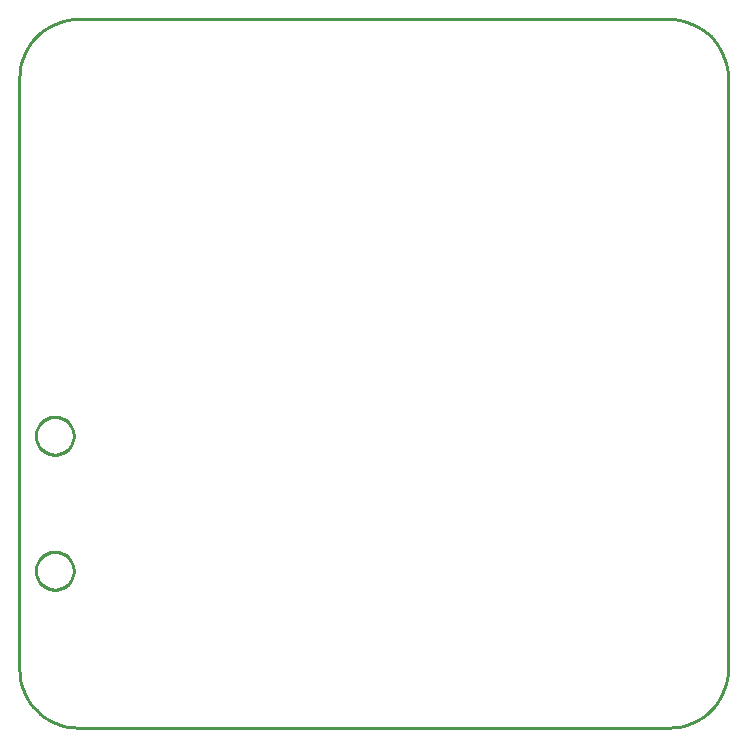
<source format=gbr>
G04 EAGLE Gerber RS-274X export*
G75*
%MOMM*%
%FSLAX34Y34*%
%LPD*%
%IN*%
%IPPOS*%
%AMOC8*
5,1,8,0,0,1.08239X$1,22.5*%
G01*
%ADD10C,0.254000*%


D10*
X0Y-550000D02*
X190Y-554358D01*
X760Y-558682D01*
X1704Y-562941D01*
X3015Y-567101D01*
X4685Y-571131D01*
X6699Y-575000D01*
X9042Y-578679D01*
X11698Y-582139D01*
X14645Y-585355D01*
X17861Y-588302D01*
X21321Y-590958D01*
X25000Y-593301D01*
X28869Y-595315D01*
X32899Y-596985D01*
X37059Y-598296D01*
X41318Y-599240D01*
X45642Y-599810D01*
X50000Y-600000D01*
X550000Y-600000D01*
X554358Y-599810D01*
X558682Y-599240D01*
X562941Y-598296D01*
X567101Y-596985D01*
X571131Y-595315D01*
X575000Y-593301D01*
X578679Y-590958D01*
X582139Y-588302D01*
X585355Y-585355D01*
X588302Y-582139D01*
X590958Y-578679D01*
X593301Y-575000D01*
X595315Y-571131D01*
X596985Y-567101D01*
X598296Y-562941D01*
X599240Y-558682D01*
X599810Y-554358D01*
X600000Y-550000D01*
X600000Y-50000D01*
X599810Y-45642D01*
X599240Y-41318D01*
X598296Y-37059D01*
X596985Y-32899D01*
X595315Y-28869D01*
X593301Y-25000D01*
X590958Y-21321D01*
X588302Y-17861D01*
X585355Y-14645D01*
X582139Y-11698D01*
X578679Y-9042D01*
X575000Y-6699D01*
X571131Y-4685D01*
X567101Y-3015D01*
X562941Y-1704D01*
X558682Y-760D01*
X554358Y-190D01*
X550000Y0D01*
X50000Y0D01*
X45642Y-190D01*
X41318Y-760D01*
X37059Y-1704D01*
X32899Y-3015D01*
X28869Y-4685D01*
X25000Y-6699D01*
X21321Y-9042D01*
X17861Y-11698D01*
X14645Y-14645D01*
X11698Y-17861D01*
X9042Y-21321D01*
X6699Y-25000D01*
X4685Y-28869D01*
X3015Y-32899D01*
X1704Y-37059D01*
X760Y-41318D01*
X190Y-45642D01*
X0Y-50000D01*
X0Y-550000D01*
X29476Y-368850D02*
X28431Y-368782D01*
X27392Y-368645D01*
X26365Y-368440D01*
X25353Y-368169D01*
X24361Y-367833D01*
X23393Y-367432D01*
X22454Y-366968D01*
X21546Y-366445D01*
X20675Y-365863D01*
X19844Y-365225D01*
X19057Y-364534D01*
X18316Y-363793D01*
X17625Y-363006D01*
X16988Y-362175D01*
X16406Y-361304D01*
X15882Y-360396D01*
X15418Y-359457D01*
X15017Y-358489D01*
X14681Y-357497D01*
X14410Y-356485D01*
X14205Y-355458D01*
X14069Y-354419D01*
X14000Y-353374D01*
X14000Y-352326D01*
X14069Y-351281D01*
X14205Y-350242D01*
X14410Y-349215D01*
X14681Y-348203D01*
X15017Y-347211D01*
X15418Y-346243D01*
X15882Y-345304D01*
X16406Y-344396D01*
X16988Y-343525D01*
X17625Y-342694D01*
X18316Y-341907D01*
X19057Y-341166D01*
X19844Y-340475D01*
X20675Y-339838D01*
X21546Y-339256D01*
X22454Y-338732D01*
X23393Y-338268D01*
X24361Y-337867D01*
X25353Y-337531D01*
X26365Y-337260D01*
X27392Y-337055D01*
X28431Y-336919D01*
X29476Y-336850D01*
X30524Y-336850D01*
X31569Y-336919D01*
X32608Y-337055D01*
X33635Y-337260D01*
X34647Y-337531D01*
X35639Y-337867D01*
X36607Y-338268D01*
X37546Y-338732D01*
X38454Y-339256D01*
X39325Y-339838D01*
X40156Y-340475D01*
X40943Y-341166D01*
X41684Y-341907D01*
X42375Y-342694D01*
X43013Y-343525D01*
X43595Y-344396D01*
X44118Y-345304D01*
X44582Y-346243D01*
X44983Y-347211D01*
X45319Y-348203D01*
X45590Y-349215D01*
X45795Y-350242D01*
X45932Y-351281D01*
X46000Y-352326D01*
X46000Y-353374D01*
X45932Y-354419D01*
X45795Y-355458D01*
X45590Y-356485D01*
X45319Y-357497D01*
X44983Y-358489D01*
X44582Y-359457D01*
X44118Y-360396D01*
X43595Y-361304D01*
X43013Y-362175D01*
X42375Y-363006D01*
X41684Y-363793D01*
X40943Y-364534D01*
X40156Y-365225D01*
X39325Y-365863D01*
X38454Y-366445D01*
X37546Y-366968D01*
X36607Y-367432D01*
X35639Y-367833D01*
X34647Y-368169D01*
X33635Y-368440D01*
X32608Y-368645D01*
X31569Y-368782D01*
X30524Y-368850D01*
X29476Y-368850D01*
X29476Y-483150D02*
X28431Y-483082D01*
X27392Y-482945D01*
X26365Y-482740D01*
X25353Y-482469D01*
X24361Y-482133D01*
X23393Y-481732D01*
X22454Y-481268D01*
X21546Y-480745D01*
X20675Y-480163D01*
X19844Y-479525D01*
X19057Y-478834D01*
X18316Y-478093D01*
X17625Y-477306D01*
X16988Y-476475D01*
X16406Y-475604D01*
X15882Y-474696D01*
X15418Y-473757D01*
X15017Y-472789D01*
X14681Y-471797D01*
X14410Y-470785D01*
X14205Y-469758D01*
X14069Y-468719D01*
X14000Y-467674D01*
X14000Y-466626D01*
X14069Y-465581D01*
X14205Y-464542D01*
X14410Y-463515D01*
X14681Y-462503D01*
X15017Y-461511D01*
X15418Y-460543D01*
X15882Y-459604D01*
X16406Y-458696D01*
X16988Y-457825D01*
X17625Y-456994D01*
X18316Y-456207D01*
X19057Y-455466D01*
X19844Y-454775D01*
X20675Y-454138D01*
X21546Y-453556D01*
X22454Y-453032D01*
X23393Y-452568D01*
X24361Y-452167D01*
X25353Y-451831D01*
X26365Y-451560D01*
X27392Y-451355D01*
X28431Y-451219D01*
X29476Y-451150D01*
X30524Y-451150D01*
X31569Y-451219D01*
X32608Y-451355D01*
X33635Y-451560D01*
X34647Y-451831D01*
X35639Y-452167D01*
X36607Y-452568D01*
X37546Y-453032D01*
X38454Y-453556D01*
X39325Y-454138D01*
X40156Y-454775D01*
X40943Y-455466D01*
X41684Y-456207D01*
X42375Y-456994D01*
X43013Y-457825D01*
X43595Y-458696D01*
X44118Y-459604D01*
X44582Y-460543D01*
X44983Y-461511D01*
X45319Y-462503D01*
X45590Y-463515D01*
X45795Y-464542D01*
X45932Y-465581D01*
X46000Y-466626D01*
X46000Y-467674D01*
X45932Y-468719D01*
X45795Y-469758D01*
X45590Y-470785D01*
X45319Y-471797D01*
X44983Y-472789D01*
X44582Y-473757D01*
X44118Y-474696D01*
X43595Y-475604D01*
X43013Y-476475D01*
X42375Y-477306D01*
X41684Y-478093D01*
X40943Y-478834D01*
X40156Y-479525D01*
X39325Y-480163D01*
X38454Y-480745D01*
X37546Y-481268D01*
X36607Y-481732D01*
X35639Y-482133D01*
X34647Y-482469D01*
X33635Y-482740D01*
X32608Y-482945D01*
X31569Y-483082D01*
X30524Y-483150D01*
X29476Y-483150D01*
M02*

</source>
